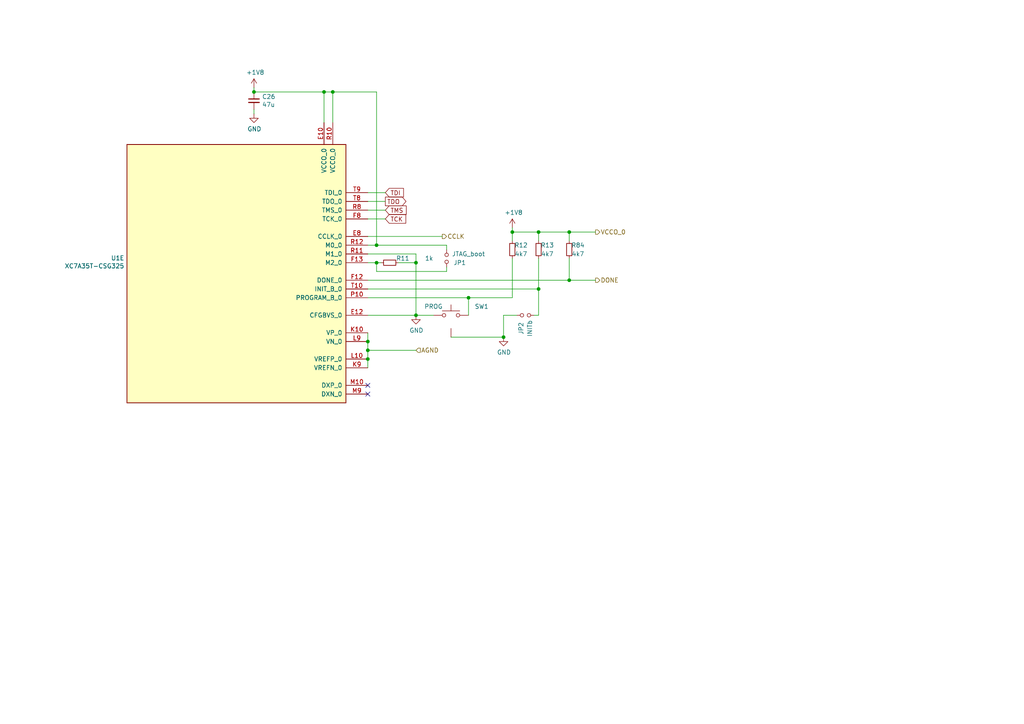
<source format=kicad_sch>
(kicad_sch (version 20211123) (generator eeschema)
  (paper "A4")
  (lib_symbols
    (symbol "Device:C_Small" (pin_numbers hide) (pin_names (offset 0.254) hide)
      (property "Reference" "C" (at 0.254 1.778 0))
      (property "Value" "C_Small" (at 0.254 -2.032 0))
      (symbol "C_Small_0_1"
        (polyline (pts (xy -1.524 -0.508) (xy 1.524 -0.508)) (stroke (width 0.3302)))
        (polyline (pts (xy -1.524 0.508) (xy 1.524 0.508)) (stroke (width 0.3048)))
      )
      (symbol "C_Small_1_1"
        (pin passive line (at 0 2.54 270) (length 2.032) (name "~") (number "1"))
        (pin passive line (at 0 -2.54 90) (length 2.032) (name "~") (number "2"))
      )
    )
    (symbol "Device:Jumper_NO_Small" (pin_numbers hide) (pin_names (offset 0.762) hide)
      (property "Reference" "JP" (at 0 2.032 0))
      (property "Value" "Device_Jumper_NO_Small" (at 0.254 -1.524 0))
      (symbol "Jumper_NO_Small_0_1"
        (circle (center -1.016 0) (radius 0.508))
        (circle (center 1.016 0) (radius 0.508))
        (pin passive line (at -2.54 0 0) (length 1.016) (name "1") (number "1"))
        (pin passive line (at 2.54 0 180) (length 1.016) (name "2") (number "2"))
      )
    )
    (symbol "Device:R_Small" (pin_numbers hide) (pin_names (offset 0.254) hide)
      (property "Reference" "R" (at 0.762 0.508 0))
      (property "Value" "R_Small" (at 0.762 -1.016 0))
      (symbol "R_Small_0_1"
        (rectangle (start -0.762 1.778) (end 0.762 -1.778) (stroke (width 0.2032)))
      )
      (symbol "R_Small_1_1"
        (pin passive line (at 0 2.54 270) (length 0.762) (name "~") (number "1"))
        (pin passive line (at 0 -2.54 90) (length 0.762) (name "~") (number "2"))
      )
    )
    (symbol "fmc:SW_Push_Shielded" (pin_numbers hide) (pin_names (offset 1.016) hide)
      (property "Reference" "SW" (at 1.27 2.54 0))
      (property "Value" "fmc_SW_Push_Shielded" (at 0 -1.524 0))
      (symbol "SW_Push_Shielded_0_1"
        (circle (center -2.032 0) (radius 0.508))
        (polyline (pts (xy 0 1.27) (xy 0 3.048)))
        (polyline (pts (xy 2.54 1.27) (xy -2.54 1.27)))
        (circle (center 2.032 0) (radius 0.508))
        (pin passive line (at -5.08 0 0) (length 2.54) (name "1") (number "1"))
        (pin passive line (at 5.08 0 180) (length 2.54) (name "2") (number "2"))
      )
      (symbol "SW_Push_Shielded_1_1"
        (pin power_in line (at 0 -6.35 90) (length 2.54) (name "Shield") (number "3"))
      )
    )
    (symbol "fmc:XC7A35T-CSG325" (pin_names (offset 1.016))
      (property "Reference" "U" (at 0 1.27 0))
      (property "Value" "fmc_XC7A35T-CSG325" (at 0 -1.27 0))
      (symbol "XC7A35T-CSG325_1_1"
        (rectangle (start -44.45 67.31) (end 44.45 -73.66) (stroke (width 0.254)) (fill (type background)))
        (pin bidirectional line (at 50.8 27.94 180) (length 6.35) (name "IO_L5N_T0_AD9N_15") (number "A10"))
        (pin bidirectional line (at 50.8 17.78 180) (length 6.35) (name "IO_L7N_T1_AD2N_15") (number "A12"))
        (pin bidirectional line (at 50.8 15.24 180) (length 6.35) (name "IO_L8P_T1_AD10P_15") (number "A13"))
        (pin bidirectional line (at 50.8 12.7 180) (length 6.35) (name "IO_L8N_T1_AD10N_15") (number "A14"))
        (pin bidirectional line (at 50.8 2.54 180) (length 6.35) (name "IO_L10N_T1_AD11N_15") (number "A15"))
        (pin power_in line (at 25.4 73.66 270) (length 6.35) (name "VCCO_15") (number "A16"))
        (pin bidirectional line (at 50.8 -22.86 180) (length 6.35) (name "IO_L15N_T2_DQS_ADV_B_15") (number "A17"))
        (pin bidirectional line (at 50.8 38.1 180) (length 6.35) (name "IO_L3N_T0_DQS_AD1N_15") (number "A9"))
        (pin bidirectional line (at 50.8 30.48 180) (length 6.35) (name "IO_L5P_T0_AD9P_15") (number "B10"))
        (pin bidirectional line (at 50.8 33.02 180) (length 6.35) (name "IO_L4N_T0_15") (number "B11"))
        (pin bidirectional line (at 50.8 20.32 180) (length 6.35) (name "IO_L7P_T1_AD2P_15") (number "B12"))
        (pin power_in line (at 27.94 73.66 270) (length 6.35) (name "VCCO_15") (number "B13"))
        (pin bidirectional line (at 50.8 5.08 180) (length 6.35) (name "IO_L10P_T1_AD11P_15") (number "B14"))
        (pin bidirectional line (at 50.8 7.62 180) (length 6.35) (name "IO_L9N_T1_DQS_AD3N_15") (number "B15"))
        (pin bidirectional line (at 50.8 -20.32 180) (length 6.35) (name "IO_L15P_T2_DQS_15") (number "B16"))
        (pin bidirectional line (at 50.8 -27.94 180) (length 6.35) (name "IO_L16N_T2_A27_15") (number "B17"))
        (pin bidirectional line (at 50.8 40.64 180) (length 6.35) (name "IO_L3P_T0_DQS_AD1P_15") (number "B9"))
        (pin power_in line (at 30.48 73.66 270) (length 6.35) (name "VCCO_15") (number "C10"))
        (pin bidirectional line (at 50.8 35.56 180) (length 6.35) (name "IO_L4P_T0_15") (number "C11"))
        (pin bidirectional line (at 50.8 22.86 180) (length 6.35) (name "IO_L6N_T0_VREF_15") (number "C12"))
        (pin bidirectional line (at 50.8 -2.54 180) (length 6.35) (name "IO_L11N_T1_SRCC_15") (number "C13"))
        (pin bidirectional line (at 50.8 10.16 180) (length 6.35) (name "IO_L9P_T1_DQS_AD3P_15") (number "C14"))
        (pin bidirectional line (at 50.8 -25.4 180) (length 6.35) (name "IO_L16P_T2_A28_15") (number "C16"))
        (pin bidirectional line (at 50.8 -35.56 180) (length 6.35) (name "IO_L18P_T2_A24_15") (number "C17"))
        (pin bidirectional line (at 50.8 -38.1 180) (length 6.35) (name "IO_L18N_T2_A23_15") (number "C18"))
        (pin bidirectional line (at 50.8 48.26 180) (length 6.35) (name "IO_L1N_T0_AD0N_15") (number "C8"))
        (pin bidirectional line (at 50.8 43.18 180) (length 6.35) (name "IO_L2N_T0_AD8N_15") (number "C9"))
        (pin bidirectional line (at 50.8 53.34 180) (length 6.35) (name "IO_0_15") (number "D10"))
        (pin bidirectional line (at 50.8 25.4 180) (length 6.35) (name "IO_L6P_T0_15") (number "D11"))
        (pin bidirectional line (at 50.8 0 180) (length 6.35) (name "IO_L11P_T1_SRCC_15") (number "D13"))
        (pin bidirectional line (at 50.8 -7.62 180) (length 6.35) (name "IO_L12N_T1_MRCC_15") (number "D14"))
        (pin bidirectional line (at 50.8 -12.7 180) (length 6.35) (name "IO_L13N_T2_MRCC_15") (number "D15"))
        (pin bidirectional line (at 50.8 -17.78 180) (length 6.35) (name "IO_L14N_T2_SRCC_15") (number "D16"))
        (pin power_in line (at 33.02 73.66 270) (length 6.35) (name "VCCO_15") (number "D17"))
        (pin bidirectional line (at 50.8 -33.02 180) (length 6.35) (name "IO_L17N_T2_A25_15") (number "D18"))
        (pin bidirectional line (at 50.8 50.8 180) (length 6.35) (name "IO_L1P_T0_AD0P_15") (number "D8"))
        (pin bidirectional line (at 50.8 45.72 180) (length 6.35) (name "IO_L2P_T0_AD8P_15") (number "D9"))
        (pin bidirectional line (at 50.8 -5.08 180) (length 6.35) (name "IO_L12P_T1_MRCC_15") (number "E13"))
        (pin power_in line (at 35.56 73.66 270) (length 6.35) (name "VCCO_15") (number "E14"))
        (pin bidirectional line (at 50.8 -10.16 180) (length 6.35) (name "IO_L13P_T2_MRCC_15") (number "E15"))
        (pin bidirectional line (at 50.8 -15.24 180) (length 6.35) (name "IO_L14P_T2_SRCC_15") (number "E16"))
        (pin bidirectional line (at 50.8 -30.48 180) (length 6.35) (name "IO_L17P_T2_A26_15") (number "E17"))
        (pin bidirectional line (at 50.8 -68.58 180) (length 6.35) (name "IO_L24N_T3_RS0_15") (number "E18"))
        (pin bidirectional line (at 50.8 -58.42 180) (length 6.35) (name "IO_L22N_T3_A16_15") (number "F14"))
        (pin bidirectional line (at 50.8 -53.34 180) (length 6.35) (name "IO_L21N_T3_DQS_A18_15") (number "F15"))
        (pin bidirectional line (at 50.8 -66.04 180) (length 6.35) (name "IO_L24P_T3_RS1_15") (number "F17"))
        (pin bidirectional line (at 50.8 -43.18 180) (length 6.35) (name "IO_L19N_T3_A21_VREF_15") (number "F18"))
        (pin bidirectional line (at 50.8 -55.88 180) (length 6.35) (name "IO_L22P_T3_A17_15") (number "G14"))
        (pin bidirectional line (at 50.8 -50.8 180) (length 6.35) (name "IO_L21P_T3_DQS_15") (number "G15"))
        (pin bidirectional line (at 50.8 -48.26 180) (length 6.35) (name "IO_L20N_T3_A19_15") (number "G16"))
        (pin bidirectional line (at 50.8 -40.64 180) (length 6.35) (name "IO_L19P_T3_A22_15") (number "G17"))
        (pin power_in line (at 38.1 73.66 270) (length 6.35) (name "VCCO_15") (number "G18"))
        (pin bidirectional line (at 50.8 -71.12 180) (length 6.35) (name "IO_25_15") (number "H14"))
        (pin power_in line (at 40.64 73.66 270) (length 6.35) (name "VCCO_15") (number "H15"))
        (pin bidirectional line (at 50.8 -45.72 180) (length 6.35) (name "IO_L20P_T3_A20_15") (number "H16"))
        (pin bidirectional line (at 50.8 -60.96 180) (length 6.35) (name "IO_L23P_T3_FOE_B_15") (number "H17"))
        (pin bidirectional line (at 50.8 -63.5 180) (length 6.35) (name "IO_L23N_T3_FWE_B_15") (number "H18"))
        (pin bidirectional line (at -50.8 30.48 0) (length 6.35) (name "IO_L5P_T0_D06_14") (number "J14"))
        (pin bidirectional line (at -50.8 45.72 0) (length 6.35) (name "IO_L2P_T0_D02_14") (number "J15"))
        (pin bidirectional line (at -50.8 43.18 0) (length 6.35) (name "IO_L2N_T0_D03_14") (number "J16"))
        (pin bidirectional line (at -50.8 40.64 0) (length 6.35) (name "IO_L3P_T0_DQS_PUDC_B_14") (number "J18"))
        (pin bidirectional line (at -50.8 27.94 0) (length 6.35) (name "IO_L5N_T0_D07_14") (number "K15"))
        (pin bidirectional line (at -50.8 50.8 0) (length 6.35) (name "IO_L1P_T0_D00_MOSI_14") (number "K16"))
        (pin bidirectional line (at -50.8 35.56 0) (length 6.35) (name "IO_L4P_T0_D04_14") (number "K17"))
        (pin bidirectional line (at -50.8 38.1 0) (length 6.35) (name "IO_L3N_T0_DQS_EMCCLK_14") (number "K18"))
        (pin bidirectional line (at -50.8 53.34 0) (length 6.35) (name "IO_0_14") (number "L14"))
        (pin bidirectional line (at -50.8 25.4 0) (length 6.35) (name "IO_L6P_T0_FCS_B_14") (number "L15"))
        (pin power_in line (at -40.64 73.66 270) (length 6.35) (name "VCCO_14") (number "L16"))
        (pin bidirectional line (at -50.8 48.26 0) (length 6.35) (name "IO_L1N_T0_D01_DIN_14") (number "L17"))
        (pin bidirectional line (at -50.8 33.02 0) (length 6.35) (name "IO_L4N_T0_D05_14") (number "L18"))
        (pin bidirectional line (at -50.8 15.24 0) (length 6.35) (name "IO_L8P_T1_D11_14") (number "M14"))
        (pin bidirectional line (at -50.8 22.86 0) (length 6.35) (name "IO_L6N_T0_D08_VREF_14") (number "M15"))
        (pin bidirectional line (at -50.8 20.32 0) (length 6.35) (name "IO_L7P_T1_D09_14") (number "M16"))
        (pin bidirectional line (at -50.8 17.78 0) (length 6.35) (name "IO_L7N_T1_D10_14") (number "M17"))
        (pin bidirectional line (at -50.8 12.7 0) (length 6.35) (name "IO_L8N_T1_D12_14") (number "N14"))
        (pin bidirectional line (at -50.8 10.16 0) (length 6.35) (name "IO_L9P_T1_DQS_14") (number "N16"))
        (pin bidirectional line (at -50.8 7.62 0) (length 6.35) (name "IO_L9N_T1_DQS_D13_14") (number "N17"))
        (pin bidirectional line (at -50.8 5.08 0) (length 6.35) (name "IO_L10P_T1_D14_14") (number "N18"))
        (pin bidirectional line (at -50.8 -5.08 0) (length 6.35) (name "IO_L12P_T1_MRCC_14") (number "P14"))
        (pin bidirectional line (at -50.8 0 0) (length 6.35) (name "IO_L11P_T1_SRCC_14") (number "P15"))
        (pin bidirectional line (at -50.8 -2.54 0) (length 6.35) (name "IO_L11N_T1_SRCC_14") (number "P16"))
        (pin power_in line (at -38.1 73.66 270) (length 6.35) (name "VCCO_14") (number "P17"))
        (pin bidirectional line (at -50.8 2.54 0) (length 6.35) (name "IO_L10N_T1_D15_14") (number "P18"))
        (pin bidirectional line (at -50.8 -40.64 0) (length 6.35) (name "IO_L19P_T3_A10_D26_14") (number "R13"))
        (pin power_in line (at -35.56 73.66 270) (length 6.35) (name "VCCO_14") (number "R14"))
        (pin bidirectional line (at -50.8 -7.62 0) (length 6.35) (name "IO_L12N_T1_MRCC_14") (number "R15"))
        (pin bidirectional line (at -50.8 -15.24 0) (length 6.35) (name "IO_L14P_T2_SRCC_14") (number "R16"))
        (pin bidirectional line (at -50.8 -17.78 0) (length 6.35) (name "IO_L14N_T2_SRCC_14") (number "R17"))
        (pin bidirectional line (at -50.8 -20.32 0) (length 6.35) (name "IO_L15P_T2_DQS_RDWR_B_14") (number "R18"))
        (pin power_in line (at -33.02 73.66 270) (length 6.35) (name "VCCO_14") (number "T11"))
        (pin bidirectional line (at -50.8 -55.88 0) (length 6.35) (name "IO_L22P_T3_A05_D21_14") (number "T12"))
        (pin bidirectional line (at -50.8 -43.18 0) (length 6.35) (name "IO_L19N_T3_A09_D25_VREF_14") (number "T13"))
        (pin bidirectional line (at -50.8 -10.16 0) (length 6.35) (name "IO_L13P_T2_MRCC_14") (number "T14"))
        (pin bidirectional line (at -50.8 -12.7 0) (length 6.35) (name "IO_L13N_T2_MRCC_14") (number "T15"))
        (pin bidirectional line (at -50.8 -25.4 0) (length 6.35) (name "IO_L16P_T2_CSI_B_14") (number "T17"))
        (pin bidirectional line (at -50.8 -22.86 0) (length 6.35) (name "IO_L15N_T2_DQS_DOUT_CSO_B_14") (number "T18"))
        (pin bidirectional line (at -50.8 -71.12 0) (length 6.35) (name "IO_25_14") (number "U10"))
        (pin bidirectional line (at -50.8 -60.96 0) (length 6.35) (name "IO_L23P_T3_A03_D19_14") (number "U11"))
        (pin bidirectional line (at -50.8 -58.42 0) (length 6.35) (name "IO_L22N_T3_A04_D20_14") (number "U12"))
        (pin bidirectional line (at -50.8 -45.72 0) (length 6.35) (name "IO_L20P_T3_A08_D24_14") (number "U14"))
        (pin bidirectional line (at -50.8 -30.48 0) (length 6.35) (name "IO_L17P_T2_A14_D30_14") (number "U15"))
        (pin bidirectional line (at -50.8 -33.02 0) (length 6.35) (name "IO_L17N_T2_A13_D29_14") (number "U16"))
        (pin bidirectional line (at -50.8 -27.94 0) (length 6.35) (name "IO_L16N_T2_A15_D31_14") (number "U17"))
        (pin power_in line (at -27.94 73.66 270) (length 6.35) (name "VCCO_14") (number "U18"))
        (pin power_in line (at -30.48 73.66 270) (length 6.35) (name "VCCO_14") (number "U8"))
        (pin bidirectional line (at -50.8 -66.04 0) (length 6.35) (name "IO_L24P_T3_A01_D17_14") (number "U9"))
        (pin bidirectional line (at -50.8 -63.5 0) (length 6.35) (name "IO_L23N_T3_A02_D18_14") (number "V11"))
        (pin bidirectional line (at -50.8 -50.8 0) (length 6.35) (name "IO_L21P_T3_DQS_14") (number "V12"))
        (pin bidirectional line (at -50.8 -53.34 0) (length 6.35) (name "IO_L21N_T3_DQS_A06_D22_14") (number "V13"))
        (pin bidirectional line (at -50.8 -48.26 0) (length 6.35) (name "IO_L20N_T3_A07_D23_14") (number "V14"))
        (pin power_in line (at -25.4 73.66 270) (length 6.35) (name "VCCO_14") (number "V15"))
        (pin bidirectional line (at -50.8 -35.56 0) (length 6.35) (name "IO_L18P_T2_A12_D28_14") (number "V16"))
        (pin bidirectional line (at -50.8 -38.1 0) (length 6.35) (name "IO_L18N_T2_A11_D27_14") (number "V17"))
        (pin bidirectional line (at -50.8 -68.58 0) (length 6.35) (name "IO_L24N_T3_A00_D16_14") (number "V9"))
      )
      (symbol "XC7A35T-CSG325_2_1"
        (rectangle (start -44.45 67.31) (end 44.45 -73.66) (stroke (width 0.254)) (fill (type background)))
        (pin bidirectional line (at -50.8 43.18 0) (length 6.35) (name "IO_L2N_T0_34") (number "J4"))
        (pin bidirectional line (at -50.8 45.72 0) (length 6.35) (name "IO_L2P_T0_34") (number "J5"))
        (pin bidirectional line (at -50.8 53.34 0) (length 6.35) (name "IO_0_34") (number "J6"))
        (pin bidirectional line (at -50.8 38.1 0) (length 6.35) (name "IO_L3N_T0_DQS_34") (number "K1"))
        (pin bidirectional line (at -50.8 40.64 0) (length 6.35) (name "IO_L3P_T0_DQS_34") (number "K2"))
        (pin bidirectional line (at -50.8 35.56 0) (length 6.35) (name "IO_L4P_T0_34") (number "K3"))
        (pin bidirectional line (at -50.8 48.26 0) (length 6.35) (name "IO_L1N_T0_34") (number "K5"))
        (pin bidirectional line (at -50.8 50.8 0) (length 6.35) (name "IO_L1P_T0_34") (number "K6"))
        (pin bidirectional line (at -50.8 33.02 0) (length 6.35) (name "IO_L4N_T0_34") (number "L2"))
        (pin bidirectional line (at -50.8 27.94 0) (length 6.35) (name "IO_L5N_T0_34") (number "L3"))
        (pin bidirectional line (at -50.8 30.48 0) (length 6.35) (name "IO_L5P_T0_34") (number "L4"))
        (pin bidirectional line (at -50.8 25.4 0) (length 6.35) (name "IO_L6P_T0_34") (number "L5"))
        (pin power_in line (at -40.64 73.66 270) (length 6.35) (name "VCCO_34") (number "L6"))
        (pin bidirectional line (at -50.8 17.78 0) (length 6.35) (name "IO_L7N_T1_34") (number "M1"))
        (pin bidirectional line (at -50.8 20.32 0) (length 6.35) (name "IO_L7P_T1_34") (number "M2"))
        (pin power_in line (at -38.1 73.66 270) (length 6.35) (name "VCCO_34") (number "M3"))
        (pin bidirectional line (at -50.8 5.08 0) (length 6.35) (name "IO_L10P_T1_34") (number "M4"))
        (pin bidirectional line (at -50.8 22.86 0) (length 6.35) (name "IO_L6N_T0_VREF_34") (number "M5"))
        (pin bidirectional line (at -50.8 15.24 0) (length 6.35) (name "IO_L8P_T1_34") (number "M6"))
        (pin bidirectional line (at -50.8 10.16 0) (length 6.35) (name "IO_L9P_T1_DQS_34") (number "N1"))
        (pin bidirectional line (at -50.8 -2.54 0) (length 6.35) (name "IO_L11N_T1_SRCC_34") (number "N2"))
        (pin bidirectional line (at -50.8 0 0) (length 6.35) (name "IO_L11P_T1_SRCC_34") (number "N3"))
        (pin bidirectional line (at -50.8 2.54 0) (length 6.35) (name "IO_L10N_T1_34") (number "N4"))
        (pin bidirectional line (at -50.8 12.7 0) (length 6.35) (name "IO_L8N_T1_34") (number "N6"))
        (pin bidirectional line (at -50.8 7.62 0) (length 6.35) (name "IO_L9N_T1_DQS_34") (number "P1"))
        (pin bidirectional line (at -50.8 -7.62 0) (length 6.35) (name "IO_L12N_T1_MRCC_34") (number "P3"))
        (pin bidirectional line (at -50.8 -5.08 0) (length 6.35) (name "IO_L12P_T1_MRCC_34") (number "P4"))
        (pin bidirectional line (at -50.8 -43.18 0) (length 6.35) (name "IO_L19N_T3_VREF_34") (number "P5"))
        (pin bidirectional line (at -50.8 -40.64 0) (length 6.35) (name "IO_L19P_T3_34") (number "P6"))
        (pin power_in line (at -35.56 73.66 270) (length 6.35) (name "VCCO_34") (number "P7"))
        (pin bidirectional line (at -50.8 -12.7 0) (length 6.35) (name "IO_L13N_T2_MRCC_34") (number "R1"))
        (pin bidirectional line (at -50.8 -10.16 0) (length 6.35) (name "IO_L13P_T2_MRCC_34") (number "R2"))
        (pin bidirectional line (at -50.8 -15.24 0) (length 6.35) (name "IO_L14P_T2_SRCC_34") (number "R3"))
        (pin power_in line (at -33.02 73.66 270) (length 6.35) (name "VCCO_34") (number "R4"))
        (pin bidirectional line (at -50.8 -50.8 0) (length 6.35) (name "IO_L21P_T3_DQS_34") (number "R5"))
        (pin bidirectional line (at -50.8 -71.12 0) (length 6.35) (name "IO_25_34") (number "R6"))
        (pin bidirectional line (at -50.8 -55.88 0) (length 6.35) (name "IO_L22P_T3_34") (number "R7"))
        (pin power_in line (at -30.48 73.66 270) (length 6.35) (name "VCCO_34") (number "T1"))
        (pin bidirectional line (at -50.8 -17.78 0) (length 6.35) (name "IO_L14N_T2_SRCC_34") (number "T2"))
        (pin bidirectional line (at -50.8 -33.02 0) (length 6.35) (name "IO_L17N_T2_34") (number "T3"))
        (pin bidirectional line (at -50.8 -30.48 0) (length 6.35) (name "IO_L17P_T2_34") (number "T4"))
        (pin bidirectional line (at -50.8 -53.34 0) (length 6.35) (name "IO_L21N_T3_DQS_34") (number "T5"))
        (pin bidirectional line (at -50.8 -58.42 0) (length 6.35) (name "IO_L22N_T3_34") (number "T7"))
        (pin bidirectional line (at -50.8 -22.86 0) (length 6.35) (name "IO_L15N_T2_DQS_34") (number "U1"))
        (pin bidirectional line (at -50.8 -20.32 0) (length 6.35) (name "IO_L15P_T2_DQS_34") (number "U2"))
        (pin bidirectional line (at -50.8 -35.56 0) (length 6.35) (name "IO_L18P_T2_34") (number "U4"))
        (pin bidirectional line (at -50.8 -48.26 0) (length 6.35) (name "IO_L20N_T3_34") (number "U5"))
        (pin bidirectional line (at -50.8 -45.72 0) (length 6.35) (name "IO_L20P_T3_34") (number "U6"))
        (pin bidirectional line (at -50.8 -60.96 0) (length 6.35) (name "IO_L23P_T3_34") (number "U7"))
        (pin bidirectional line (at -50.8 -27.94 0) (length 6.35) (name "IO_L16N_T2_34") (number "V2"))
        (pin bidirectional line (at -50.8 -25.4 0) (length 6.35) (name "IO_L16P_T2_34") (number "V3"))
        (pin bidirectional line (at -50.8 -38.1 0) (length 6.35) (name "IO_L18N_T2_34") (number "V4"))
        (pin power_in line (at -27.94 73.66 270) (length 6.35) (name "VCCO_34") (number "V5"))
        (pin bidirectional line (at -50.8 -63.5 0) (length 6.35) (name "IO_L23N_T3_34") (number "V6"))
        (pin bidirectional line (at -50.8 -68.58 0) (length 6.35) (name "IO_L24N_T3_34") (number "V7"))
        (pin bidirectional line (at -50.8 -66.04 0) (length 6.35) (name "IO_L24P_T3_34") (number "V8"))
      )
      (symbol "XC7A35T-CSG325_3_1"
        (rectangle (start -31.75 30.48) (end 31.75 -30.48) (stroke (width 0.254)) (fill (type background)))
        (pin input line (at -38.1 -2.54 0) (length 6.35) (name "MGTPRXN1_216") (number "A3"))
        (pin input line (at -38.1 0 0) (length 6.35) (name "MGTPRXP1_216") (number "A4"))
        (pin output line (at -38.1 10.16 0) (length 6.35) (name "MGTPTXN3_216") (number "B1"))
        (pin output line (at -38.1 12.7 0) (length 6.35) (name "MGTPTXP3_216") (number "B2"))
        (pin input line (at -38.1 -25.4 0) (length 6.35) (name "MGTREFCLK1N_216") (number "B5"))
        (pin input line (at -38.1 -22.86 0) (length 6.35) (name "MGTREFCLK1P_216") (number "B6"))
        (pin input line (at -38.1 -7.62 0) (length 6.35) (name "MGTPRXN2_216") (number "C3"))
        (pin input line (at -38.1 -5.08 0) (length 6.35) (name "MGTPRXP2_216") (number "C4"))
        (pin output line (at -38.1 15.24 0) (length 6.35) (name "MGTPTXN2_216") (number "D1"))
        (pin output line (at -38.1 17.78 0) (length 6.35) (name "MGTPTXP2_216") (number "D2"))
        (pin input line (at -38.1 -20.32 0) (length 6.35) (name "MGTREFCLK0N_216") (number "D5"))
        (pin input line (at -38.1 -17.78 0) (length 6.35) (name "MGTREFCLK0P_216") (number "D6"))
        (pin input line (at -38.1 2.54 0) (length 6.35) (name "MGTPRXN0_216") (number "E3"))
        (pin input line (at -38.1 5.08 0) (length 6.35) (name "MGTPRXP0_216") (number "E4"))
        (pin output line (at -38.1 20.32 0) (length 6.35) (name "MGTPTXN1_216") (number "F1"))
        (pin output line (at -38.1 22.86 0) (length 6.35) (name "MGTPTXP1_216") (number "F2"))
        (pin input line (at -38.1 -12.7 0) (length 6.35) (name "MGTPRXN3_216") (number "G3"))
        (pin input line (at -38.1 -10.16 0) (length 6.35) (name "MGTPRXP3_216") (number "G4"))
        (pin output line (at -38.1 25.4 0) (length 6.35) (name "MGTPTXN0_216") (number "H1"))
        (pin output line (at -38.1 27.94 0) (length 6.35) (name "MGTPTXP0_216") (number "H2"))
      )
      (symbol "XC7A35T-CSG325_4_1"
        (rectangle (start -31.75 10.16) (end 31.75 -10.16) (stroke (width 0.254)) (fill (type background)))
        (pin power_in line (at 38.1 7.62 180) (length 6.35) (name "MGTAVTT") (number "A2"))
        (pin power_in line (at 38.1 -7.62 180) (length 6.35) (name "MGTRREF_216") (number "A6"))
        (pin power_in line (at -38.1 7.62 0) (length 6.35) (name "MGTAVCC") (number "B4"))
        (pin power_in line (at 38.1 5.08 180) (length 6.35) (name "MGTAVTT") (number "C1"))
        (pin power_in line (at -38.1 5.08 0) (length 6.35) (name "MGTAVCC") (number "C5"))
        (pin power_in line (at 38.1 2.54 180) (length 6.35) (name "MGTAVTT") (number "E1"))
        (pin power_in line (at -38.1 2.54 0) (length 6.35) (name "MGTAVCC") (number "E5"))
        (pin power_in line (at 38.1 0 180) (length 6.35) (name "MGTAVTT") (number "F3"))
        (pin power_in line (at -38.1 0 0) (length 6.35) (name "MGTAVCC") (number "F5"))
        (pin power_in line (at 38.1 -2.54 180) (length 6.35) (name "MGTAVTT") (number "G2"))
      )
      (symbol "XC7A35T-CSG325_5_1"
        (rectangle (start -31.75 34.29) (end 31.75 -40.64) (stroke (width 0.254)) (fill (type background)))
        (pin power_in line (at 25.4 40.64 270) (length 6.35) (name "VCCO_0") (number "E10"))
        (pin input line (at 38.1 -15.24 180) (length 6.35) (name "CFGBVS_0") (number "E12"))
        (pin output line (at 38.1 7.62 180) (length 6.35) (name "CCLK_0") (number "E8"))
        (pin bidirectional line (at 38.1 -5.08 180) (length 6.35) (name "DONE_0") (number "F12"))
        (pin input line (at 38.1 0 180) (length 6.35) (name "M2_0") (number "F13"))
        (pin bidirectional line (at 38.1 12.7 180) (length 6.35) (name "TCK_0") (number "F8"))
        (pin input line (at 38.1 -20.32 180) (length 6.35) (name "VP_0") (number "K10"))
        (pin input line (at 38.1 -30.48 180) (length 6.35) (name "VREFN_0") (number "K9"))
        (pin input line (at 38.1 -27.94 180) (length 6.35) (name "VREFP_0") (number "L10"))
        (pin input line (at 38.1 -22.86 180) (length 6.35) (name "VN_0") (number "L9"))
        (pin bidirectional line (at 38.1 -35.56 180) (length 6.35) (name "DXP_0") (number "M10"))
        (pin bidirectional line (at 38.1 -38.1 180) (length 6.35) (name "DXN_0") (number "M9"))
        (pin bidirectional line (at 38.1 -10.16 180) (length 6.35) (name "PROGRAM_B_0") (number "P10"))
        (pin power_in line (at 27.94 40.64 270) (length 6.35) (name "VCCO_0") (number "R10"))
        (pin input line (at 38.1 2.54 180) (length 6.35) (name "M1_0") (number "R11"))
        (pin input line (at 38.1 5.08 180) (length 6.35) (name "M0_0") (number "R12"))
        (pin bidirectional line (at 38.1 15.24 180) (length 6.35) (name "TMS_0") (number "R8"))
        (pin bidirectional line (at 38.1 -7.62 180) (length 6.35) (name "INIT_B_0") (number "T10"))
        (pin bidirectional line (at 38.1 17.78 180) (length 6.35) (name "TDO_0") (number "T8"))
        (pin bidirectional line (at 38.1 20.32 180) (length 6.35) (name "TDI_0") (number "T9"))
      )
      (symbol "XC7A35T-CSG325_6_1"
        (rectangle (start -19.05 73.66) (end 19.05 -73.66) (stroke (width 0.254)) (fill (type background)))
        (pin power_in line (at -25.4 22.86 0) (length 6.35) (name "GND") (number "A1"))
        (pin power_in line (at -25.4 12.7 0) (length 6.35) (name "GND") (number "A11"))
        (pin power_in line (at -25.4 10.16 0) (length 6.35) (name "GND") (number "A18"))
        (pin power_in line (at -25.4 20.32 0) (length 6.35) (name "GND") (number "A5"))
        (pin power_in line (at -25.4 17.78 0) (length 6.35) (name "GND") (number "A7"))
        (pin power_in line (at -25.4 15.24 0) (length 6.35) (name "GND") (number "A8"))
        (pin power_in line (at -25.4 0 0) (length 6.35) (name "GND") (number "B18"))
        (pin power_in line (at -25.4 7.62 0) (length 6.35) (name "GND") (number "B3"))
        (pin power_in line (at -25.4 5.08 0) (length 6.35) (name "GND") (number "B7"))
        (pin power_in line (at -25.4 2.54 0) (length 6.35) (name "GND") (number "B8"))
        (pin power_in line (at -25.4 -10.16 0) (length 6.35) (name "GND") (number "C15"))
        (pin power_in line (at -25.4 -2.54 0) (length 6.35) (name "GND") (number "C2"))
        (pin power_in line (at -25.4 -5.08 0) (length 6.35) (name "GND") (number "C6"))
        (pin power_in line (at -25.4 -7.62 0) (length 6.35) (name "GND") (number "C7"))
        (pin power_in line (at -25.4 -20.32 0) (length 6.35) (name "GND") (number "D12"))
        (pin power_in line (at -25.4 -12.7 0) (length 6.35) (name "GND") (number "D3"))
        (pin power_in line (at -25.4 -15.24 0) (length 6.35) (name "GND") (number "D4"))
        (pin power_in line (at -25.4 -17.78 0) (length 6.35) (name "GND") (number "D7"))
        (pin power_in line (at -25.4 50.8 0) (length 6.35) (name "VCCBATT_0") (number "E11"))
        (pin power_in line (at -25.4 -22.86 0) (length 6.35) (name "GND") (number "E2"))
        (pin power_in line (at -25.4 -25.4 0) (length 6.35) (name "GND") (number "E6"))
        (pin power_in line (at -25.4 -27.94 0) (length 6.35) (name "GND") (number "E7"))
        (pin power_in line (at -25.4 -30.48 0) (length 6.35) (name "GND") (number "E9"))
        (pin power_in line (at -25.4 -38.1 0) (length 6.35) (name "GND") (number "F10"))
        (pin power_in line (at -25.4 48.26 0) (length 6.35) (name "VCCBRAM") (number "F11"))
        (pin power_in line (at -25.4 -40.64 0) (length 6.35) (name "GND") (number "F16"))
        (pin power_in line (at -25.4 -33.02 0) (length 6.35) (name "GND") (number "F4"))
        (pin power_in line (at -25.4 -35.56 0) (length 6.35) (name "GND") (number "F6"))
        (pin power_in line (at 25.4 71.12 180) (length 6.35) (name "VCCINT") (number "F7"))
        (pin power_in line (at 25.4 68.58 180) (length 6.35) (name "VCCINT") (number "F9"))
        (pin power_in line (at -25.4 -43.18 0) (length 6.35) (name "GND") (number "G1"))
        (pin power_in line (at -25.4 45.72 0) (length 6.35) (name "VCCBRAM") (number "G10"))
        (pin power_in line (at -25.4 -55.88 0) (length 6.35) (name "GND") (number "G11"))
        (pin power_in line (at -25.4 71.12 0) (length 6.35) (name "VCCAUX") (number "G12"))
        (pin power_in line (at -25.4 -58.42 0) (length 6.35) (name "GND") (number "G13"))
        (pin power_in line (at -25.4 -45.72 0) (length 6.35) (name "GND") (number "G5"))
        (pin power_in line (at -25.4 -48.26 0) (length 6.35) (name "GND") (number "G6"))
        (pin power_in line (at -25.4 -50.8 0) (length 6.35) (name "GND") (number "G7"))
        (pin power_in line (at 25.4 66.04 180) (length 6.35) (name "VCCINT") (number "G8"))
        (pin power_in line (at -25.4 -53.34 0) (length 6.35) (name "GND") (number "G9"))
        (pin power_in line (at 25.4 20.32 180) (length 6.35) (name "GND") (number "H10"))
        (pin power_in line (at -25.4 43.18 0) (length 6.35) (name "VCCBRAM") (number "H11"))
        (pin power_in line (at 25.4 17.78 180) (length 6.35) (name "GND") (number "H12"))
        (pin power_in line (at -25.4 68.58 0) (length 6.35) (name "VCCAUX") (number "H13"))
        (pin power_in line (at -25.4 -60.96 0) (length 6.35) (name "GND") (number "H3"))
        (pin power_in line (at -25.4 -63.5 0) (length 6.35) (name "GND") (number "H4"))
        (pin power_in line (at -25.4 -66.04 0) (length 6.35) (name "GND") (number "H5"))
        (pin power_in line (at -25.4 -68.58 0) (length 6.35) (name "GND") (number "H6"))
        (pin power_in line (at 25.4 63.5 180) (length 6.35) (name "VCCINT") (number "H7"))
        (pin power_in line (at -25.4 -71.12 0) (length 6.35) (name "GND") (number "H8"))
        (pin power_in line (at 25.4 60.96 180) (length 6.35) (name "VCCINT") (number "H9"))
        (pin power_in line (at 25.4 15.24 180) (length 6.35) (name "GND") (number "J1"))
        (pin power_in line (at -25.4 53.34 0) (length 6.35) (name "VCCADC_0") (number "J10"))
        (pin power_in line (at 25.4 5.08 180) (length 6.35) (name "GND") (number "J11"))
        (pin power_in line (at 25.4 55.88 180) (length 6.35) (name "VCCINT") (number "J12"))
        (pin power_in line (at 25.4 2.54 180) (length 6.35) (name "GND") (number "J13"))
        (pin power_in line (at 25.4 0 180) (length 6.35) (name "GND") (number "J17"))
        (pin power_in line (at 25.4 12.7 180) (length 6.35) (name "GND") (number "J2"))
        (pin power_in line (at 25.4 10.16 180) (length 6.35) (name "GND") (number "J3"))
        (pin power_in line (at 25.4 7.62 180) (length 6.35) (name "GND") (number "J7"))
        (pin power_in line (at 25.4 58.42 180) (length 6.35) (name "VCCINT") (number "J8"))
        (pin power_in line (at -25.4 55.88 0) (length 6.35) (name "GNDADC_0") (number "J9"))
        (pin power_in line (at 25.4 50.8 180) (length 6.35) (name "VCCINT") (number "K11"))
        (pin power_in line (at 25.4 -7.62 180) (length 6.35) (name "GND") (number "K12"))
        (pin power_in line (at -25.4 66.04 0) (length 6.35) (name "VCCAUX") (number "K13"))
        (pin power_in line (at 25.4 -10.16 180) (length 6.35) (name "GND") (number "K14"))
        (pin power_in line (at 25.4 -2.54 180) (length 6.35) (name "GND") (number "K4"))
        (pin power_in line (at 25.4 53.34 180) (length 6.35) (name "VCCINT") (number "K7"))
        (pin power_in line (at 25.4 -5.08 180) (length 6.35) (name "GND") (number "K8"))
        (pin power_in line (at 25.4 -12.7 180) (length 6.35) (name "GND") (number "L1"))
        (pin power_in line (at 25.4 -17.78 180) (length 6.35) (name "GND") (number "L11"))
        (pin power_in line (at 25.4 45.72 180) (length 6.35) (name "VCCINT") (number "L12"))
        (pin power_in line (at 25.4 -20.32 180) (length 6.35) (name "GND") (number "L13"))
        (pin power_in line (at 25.4 -15.24 180) (length 6.35) (name "GND") (number "L7"))
        (pin power_in line (at 25.4 48.26 180) (length 6.35) (name "VCCINT") (number "L8"))
        (pin power_in line (at 25.4 40.64 180) (length 6.35) (name "VCCINT") (number "M11"))
        (pin power_in line (at 25.4 -25.4 180) (length 6.35) (name "GND") (number "M12"))
        (pin power_in line (at -25.4 63.5 0) (length 6.35) (name "VCCAUX") (number "M13"))
        (pin power_in line (at 25.4 -27.94 180) (length 6.35) (name "GND") (number "M18"))
        (pin power_in line (at 25.4 43.18 180) (length 6.35) (name "VCCINT") (number "M7"))
        (pin power_in line (at 25.4 -22.86 180) (length 6.35) (name "GND") (number "M8"))
        (pin power_in line (at 25.4 35.56 180) (length 6.35) (name "VCCINT") (number "N10"))
        (pin power_in line (at 25.4 -38.1 180) (length 6.35) (name "GND") (number "N11"))
        (pin power_in line (at 25.4 33.02 180) (length 6.35) (name "VCCINT") (number "N12"))
        (pin power_in line (at 25.4 -40.64 180) (length 6.35) (name "GND") (number "N13"))
        (pin power_in line (at 25.4 -43.18 180) (length 6.35) (name "GND") (number "N15"))
        (pin power_in line (at 25.4 -30.48 180) (length 6.35) (name "GND") (number "N5"))
        (pin power_in line (at 25.4 -33.02 180) (length 6.35) (name "GND") (number "N7"))
        (pin power_in line (at 25.4 38.1 180) (length 6.35) (name "VCCINT") (number "N8"))
        (pin power_in line (at 25.4 -35.56 180) (length 6.35) (name "GND") (number "N9"))
        (pin power_in line (at 25.4 27.94 180) (length 6.35) (name "VCCINT") (number "P11"))
        (pin power_in line (at 25.4 -50.8 180) (length 6.35) (name "GND") (number "P12"))
        (pin power_in line (at -25.4 60.96 0) (length 6.35) (name "VCCAUX") (number "P13"))
        (pin power_in line (at 25.4 -45.72 180) (length 6.35) (name "GND") (number "P2"))
        (pin power_in line (at 25.4 -48.26 180) (length 6.35) (name "GND") (number "P8"))
        (pin power_in line (at 25.4 30.48 180) (length 6.35) (name "VCCINT") (number "P9"))
        (pin power_in line (at 25.4 -53.34 180) (length 6.35) (name "GND") (number "R9"))
        (pin power_in line (at 25.4 -58.42 180) (length 6.35) (name "GND") (number "T16"))
        (pin power_in line (at 25.4 -55.88 180) (length 6.35) (name "GND") (number "T6"))
        (pin power_in line (at 25.4 -63.5 180) (length 6.35) (name "GND") (number "U13"))
        (pin power_in line (at 25.4 -60.96 180) (length 6.35) (name "GND") (number "U3"))
        (pin power_in line (at 25.4 -66.04 180) (length 6.35) (name "GND") (number "V1"))
        (pin power_in line (at 25.4 -68.58 180) (length 6.35) (name "GND") (number "V10"))
        (pin power_in line (at 25.4 -71.12 180) (length 6.35) (name "GND") (number "V18"))
      )
    )
    (symbol "power:+1V8" (power) (pin_names (offset 0))
      (property "Value" "+1V8" (at 0 3.556 0))
      (symbol "+1V8_0_1"
        (polyline (pts (xy -0.762 1.27) (xy 0 2.54)))
        (polyline (pts (xy 0 0) (xy 0 2.54)))
        (polyline (pts (xy 0 2.54) (xy 0.762 1.27)))
      )
      (symbol "+1V8_1_1"
        (pin power_in line (at 0 0 90) (length 0) hide (name "+1V8") (number "1"))
      )
    )
    (symbol "power:GND" (power) (pin_names (offset 0))
      (property "Value" "GND" (at 0 -3.81 0))
      (symbol "GND_0_1"
        (polyline (pts (xy 0 0) (xy 0 -1.27) (xy 1.27 -1.27) (xy 0 -2.54) (xy -1.27 -1.27) (xy 0 -1.27)))
      )
      (symbol "GND_1_1"
        (pin power_in line (at 0 0 270) (length 0) hide (name "GND") (number "1"))
      )
    )
  )
  (junction (at 106.68 99.06))
  (junction (at 165.1 81.28))
  (junction (at 156.21 67.31))
  (junction (at 73.66 26.67))
  (junction (at 148.59 67.31))
  (junction (at 120.65 76.2))
  (junction (at 106.68 101.6))
  (junction (at 109.22 71.12))
  (junction (at 109.22 76.2))
  (junction (at 135.89 86.36))
  (junction (at 120.65 91.44))
  (junction (at 165.1 67.31))
  (junction (at 93.98 26.67))
  (junction (at 146.05 97.79))
  (junction (at 106.68 104.14))
  (junction (at 156.21 83.82))
  (junction (at 96.52 26.67))
  (no_connect (at 106.68 114.3))
  (no_connect (at 106.68 111.76))
  (wire (pts (xy 106.68 76.2) (xy 109.22 76.2)))
  (wire (pts (xy 111.76 55.88) (xy 106.68 55.88)))
  (wire (pts (xy 135.89 91.44) (xy 135.89 86.36)))
  (wire (pts (xy 96.52 26.67) (xy 93.98 26.67)))
  (wire (pts (xy 106.68 86.36) (xy 135.89 86.36)))
  (wire (pts (xy 165.1 67.31) (xy 172.72 67.31)))
  (wire (pts (xy 109.22 76.2) (xy 110.49 76.2)))
  (wire (pts (xy 125.73 91.44) (xy 120.65 91.44)))
  (wire (pts (xy 106.68 58.42) (xy 111.76 58.42)))
  (wire (pts (xy 120.65 73.66) (xy 120.65 76.2)))
  (wire (pts (xy 148.59 67.31) (xy 156.21 67.31)))
  (wire (pts (xy 129.54 78.74) (xy 129.54 77.47)))
  (wire (pts (xy 106.68 99.06) (xy 106.68 101.6)))
  (wire (pts (xy 148.59 66.04) (xy 148.59 67.31)))
  (wire (pts (xy 109.22 78.74) (xy 129.54 78.74)))
  (wire (pts (xy 73.66 25.4) (xy 73.66 26.67)))
  (wire (pts (xy 165.1 74.93) (xy 165.1 81.28)))
  (wire (pts (xy 93.98 35.56) (xy 93.98 26.67)))
  (wire (pts (xy 106.68 96.52) (xy 106.68 99.06)))
  (wire (pts (xy 106.68 81.28) (xy 165.1 81.28)))
  (wire (pts (xy 111.76 60.96) (xy 106.68 60.96)))
  (wire (pts (xy 106.68 91.44) (xy 120.65 91.44)))
  (wire (pts (xy 111.76 63.5) (xy 106.68 63.5)))
  (wire (pts (xy 106.68 68.58) (xy 128.27 68.58)))
  (wire (pts (xy 156.21 67.31) (xy 156.21 69.85)))
  (wire (pts (xy 165.1 81.28) (xy 172.72 81.28)))
  (wire (pts (xy 146.05 91.44) (xy 149.86 91.44)))
  (wire (pts (xy 109.22 71.12) (xy 109.22 26.67)))
  (wire (pts (xy 165.1 67.31) (xy 156.21 67.31)))
  (wire (pts (xy 106.68 71.12) (xy 109.22 71.12)))
  (wire (pts (xy 146.05 97.79) (xy 146.05 91.44)))
  (wire (pts (xy 129.54 72.39) (xy 129.54 71.12)))
  (wire (pts (xy 109.22 76.2) (xy 109.22 78.74)))
  (wire (pts (xy 120.65 76.2) (xy 120.65 91.44)))
  (wire (pts (xy 106.68 73.66) (xy 120.65 73.66)))
  (wire (pts (xy 156.21 91.44) (xy 154.94 91.44)))
  (wire (pts (xy 135.89 86.36) (xy 148.59 86.36)))
  (wire (pts (xy 106.68 83.82) (xy 156.21 83.82)))
  (wire (pts (xy 130.81 97.79) (xy 146.05 97.79)))
  (wire (pts (xy 73.66 26.67) (xy 93.98 26.67)))
  (wire (pts (xy 148.59 67.31) (xy 148.59 69.85)))
  (wire (pts (xy 165.1 69.85) (xy 165.1 67.31)))
  (wire (pts (xy 106.68 104.14) (xy 106.68 106.68)))
  (wire (pts (xy 109.22 26.67) (xy 96.52 26.67)))
  (wire (pts (xy 96.52 35.56) (xy 96.52 26.67)))
  (wire (pts (xy 73.66 31.75) (xy 73.66 33.02)))
  (wire (pts (xy 106.68 101.6) (xy 106.68 104.14)))
  (wire (pts (xy 156.21 83.82) (xy 156.21 91.44)))
  (wire (pts (xy 156.21 83.82) (xy 156.21 74.93)))
  (wire (pts (xy 115.57 76.2) (xy 120.65 76.2)))
  (wire (pts (xy 148.59 86.36) (xy 148.59 74.93)))
  (wire (pts (xy 120.65 101.6) (xy 106.68 101.6)))
  (wire (pts (xy 129.54 71.12) (xy 109.22 71.12)))
  (global_label "TDO" (shape output) (at 111.76 58.42 0) (property "Intersheet References" "${INTERSHEET_REFS}" (effects hide)))
  (global_label "TDI" (shape input) (at 111.76 55.88 0) (property "Intersheet References" "${INTERSHEET_REFS}" (effects hide)))
  (global_label "TMS" (shape input) (at 111.76 60.96 0) (property "Intersheet References" "${INTERSHEET_REFS}" (effects hide)))
  (global_label "TCK" (shape input) (at 111.76 63.5 0) (property "Intersheet References" "${INTERSHEET_REFS}" (effects hide)))
  (hierarchical_label "DONE" (shape output) (at 172.72 81.28 0))
  (hierarchical_label "AGND" (shape input) (at 120.65 101.6 0))
  (hierarchical_label "VCCO_0" (shape output) (at 172.72 67.31 0))
  (hierarchical_label "CCLK" (shape output) (at 128.27 68.58 0))
  (symbol (lib_id "fmc:XC7A35T-CSG325") (at 68.58 76.2 0) (unit 5)
    (property "Reference" "U1" (at 36.068 74.8538 0) (effects (justify right)))
    (property "Value" "XC7A35T-CSG325" (at 36.068 77.1652 0) (effects (justify right)))
    (property "Footprint" "Package_BGA:Xilinx_CSG325" (effects hide))
  )
  (symbol (lib_id "Device:C_Small") (at 73.66 29.21 0) (unit 1)
    (property "Reference" "C26" (at 75.9968 28.0416 0) (effects (justify left)))
    (property "Value" "47u" (at 75.9968 30.353 0) (effects (justify left)))
    (property "Footprint" "Capacitor_SMD:C_1210_3225Metric" (effects hide))
  )
  (symbol (lib_id "power:+1V8") (at 73.66 25.4 0) (unit 1)
    (property "Reference" "#PWR?" (effects hide))
    (property "Value" "+1V8" (at 74.041 21.0058 0))
  )
  (symbol (lib_id "power:GND") (at 73.66 33.02 0) (unit 1)
    (property "Reference" "#PWR?" (effects hide))
    (property "Value" "GND" (at 73.787 37.4142 0))
  )
  (symbol (lib_id "power:GND") (at 120.65 91.44 0) (unit 1)
    (property "Reference" "#PWR?" (effects hide))
    (property "Value" "GND" (at 120.777 95.8342 0))
  )
  (symbol (lib_id "Device:R_Small") (at 113.03 76.2 270) (unit 1)
    (property "Reference" "R11" (at 116.84 74.93 90))
    (property "Value" "1k" (at 124.46 74.93 90))
    (property "Footprint" "Resistor_SMD:R_0603_1608Metric" (effects hide))
  )
  (symbol (lib_id "Device:Jumper_NO_Small") (at 129.54 74.93 270) (unit 1)
    (property "Reference" "JP1" (at 133.35 76.2 90))
    (property "Value" "JTAG_boot" (at 135.89 73.66 90))
    (property "Footprint" "Connector_PinHeader_2.54mm:PinHeader_1x02_P2.54mm_Vertical" (effects hide))
  )
  (symbol (lib_id "Device:R_Small") (at 148.59 72.39 180) (unit 1)
    (property "Reference" "R12" (at 151.13 71.12 0))
    (property "Value" "4k7" (at 151.13 73.66 0))
    (property "Footprint" "Resistor_SMD:R_0603_1608Metric" (effects hide))
  )
  (symbol (lib_id "power:+1V8") (at 148.59 66.04 0) (unit 1)
    (property "Reference" "#PWR?" (effects hide))
    (property "Value" "+1V8" (at 148.971 61.6458 0))
  )
  (symbol (lib_id "Device:R_Small") (at 156.21 72.39 180) (unit 1)
    (property "Reference" "R13" (at 158.75 71.12 0))
    (property "Value" "4k7" (at 158.75 73.66 0))
    (property "Footprint" "Resistor_SMD:R_0603_1608Metric" (effects hide))
  )
  (symbol (lib_id "Device:Jumper_NO_Small") (at 152.4 91.44 180) (unit 1)
    (property "Reference" "JP2" (at 151.13 95.25 90))
    (property "Value" "INITb" (at 153.67 95.25 90))
    (property "Footprint" "Connector_PinHeader_2.54mm:PinHeader_1x02_P2.54mm_Vertical" (effects hide))
  )
  (symbol (lib_id "power:GND") (at 146.05 97.79 0) (unit 1)
    (property "Reference" "#PWR?" (effects hide))
    (property "Value" "GND" (at 146.177 102.1842 0))
  )
  (symbol (lib_id "fmc:SW_Push_Shielded") (at 130.81 91.44 0) (unit 1)
    (property "Reference" "SW1" (at 139.7 88.9 0))
    (property "Value" "PROG" (at 125.73 88.9 0))
    (property "Footprint" "proj_footprints:SW_SPST_PTS810_and_PTS841" (effects hide))
  )
  (symbol (lib_id "Device:R_Small") (at 165.1 72.39 180) (unit 1)
    (property "Reference" "R84" (at 167.64 71.12 0))
    (property "Value" "4k7" (at 167.64 73.66 0))
    (property "Footprint" "Resistor_SMD:R_0603_1608Metric" (effects hide))
  )
)
</source>
